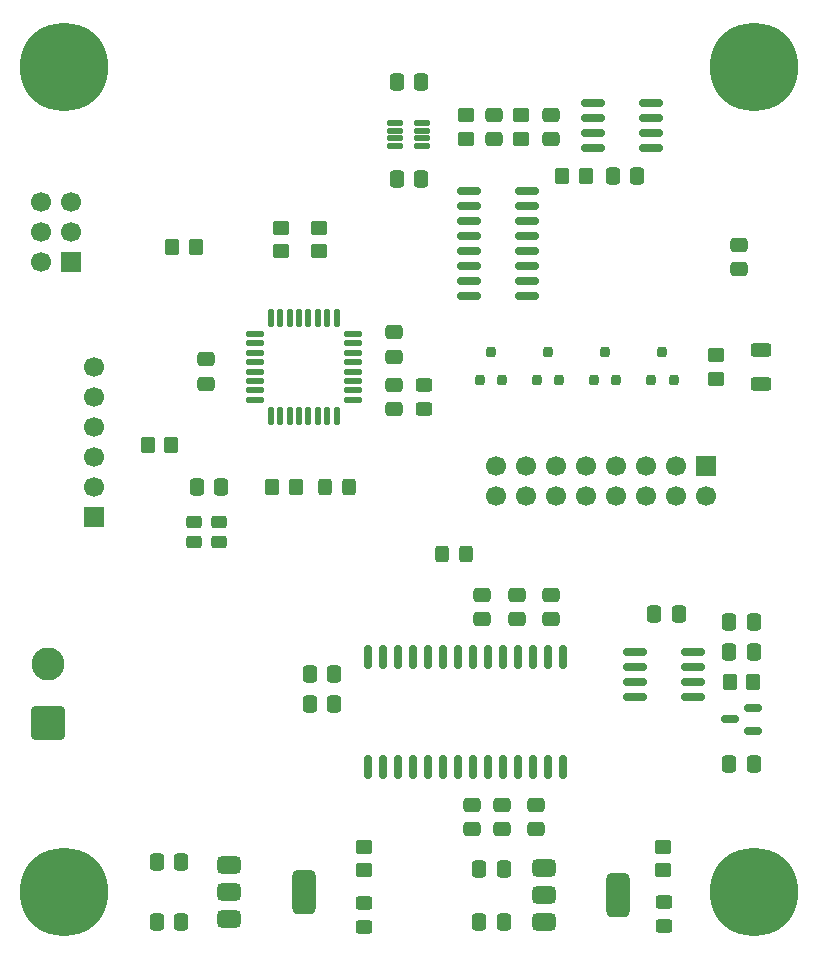
<source format=gbr>
%TF.GenerationSoftware,KiCad,Pcbnew,9.0.3-9.0.3-0~ubuntu24.04.1*%
%TF.CreationDate,2025-08-17T08:06:19-04:00*%
%TF.ProjectId,led-photodiode-avr,6c65642d-7068-46f7-946f-64696f64652d,rev?*%
%TF.SameCoordinates,Original*%
%TF.FileFunction,Soldermask,Top*%
%TF.FilePolarity,Negative*%
%FSLAX46Y46*%
G04 Gerber Fmt 4.6, Leading zero omitted, Abs format (unit mm)*
G04 Created by KiCad (PCBNEW 9.0.3-9.0.3-0~ubuntu24.04.1) date 2025-08-17 08:06:19*
%MOMM*%
%LPD*%
G01*
G04 APERTURE LIST*
G04 Aperture macros list*
%AMRoundRect*
0 Rectangle with rounded corners*
0 $1 Rounding radius*
0 $2 $3 $4 $5 $6 $7 $8 $9 X,Y pos of 4 corners*
0 Add a 4 corners polygon primitive as box body*
4,1,4,$2,$3,$4,$5,$6,$7,$8,$9,$2,$3,0*
0 Add four circle primitives for the rounded corners*
1,1,$1+$1,$2,$3*
1,1,$1+$1,$4,$5*
1,1,$1+$1,$6,$7*
1,1,$1+$1,$8,$9*
0 Add four rect primitives between the rounded corners*
20,1,$1+$1,$2,$3,$4,$5,0*
20,1,$1+$1,$4,$5,$6,$7,0*
20,1,$1+$1,$6,$7,$8,$9,0*
20,1,$1+$1,$8,$9,$2,$3,0*%
G04 Aperture macros list end*
%ADD10RoundRect,0.250001X1.149999X-1.149999X1.149999X1.149999X-1.149999X1.149999X-1.149999X-1.149999X0*%
%ADD11C,2.800000*%
%ADD12RoundRect,0.250000X-0.450000X0.325000X-0.450000X-0.325000X0.450000X-0.325000X0.450000X0.325000X0*%
%ADD13RoundRect,0.200000X0.200000X-0.250000X0.200000X0.250000X-0.200000X0.250000X-0.200000X-0.250000X0*%
%ADD14RoundRect,0.250000X0.337500X0.475000X-0.337500X0.475000X-0.337500X-0.475000X0.337500X-0.475000X0*%
%ADD15RoundRect,0.150000X-0.825000X-0.150000X0.825000X-0.150000X0.825000X0.150000X-0.825000X0.150000X0*%
%ADD16R,1.700000X1.700000*%
%ADD17C,1.700000*%
%ADD18C,7.500000*%
%ADD19RoundRect,0.250000X0.450000X-0.350000X0.450000X0.350000X-0.450000X0.350000X-0.450000X-0.350000X0*%
%ADD20RoundRect,0.250000X-0.475000X0.337500X-0.475000X-0.337500X0.475000X-0.337500X0.475000X0.337500X0*%
%ADD21RoundRect,0.250000X-0.400000X-0.300000X0.400000X-0.300000X0.400000X0.300000X-0.400000X0.300000X0*%
%ADD22RoundRect,0.250000X0.475000X-0.337500X0.475000X0.337500X-0.475000X0.337500X-0.475000X-0.337500X0*%
%ADD23RoundRect,0.375000X-0.625000X-0.375000X0.625000X-0.375000X0.625000X0.375000X-0.625000X0.375000X0*%
%ADD24RoundRect,0.500000X-0.500000X-1.400000X0.500000X-1.400000X0.500000X1.400000X-0.500000X1.400000X0*%
%ADD25RoundRect,0.250000X-0.337500X-0.475000X0.337500X-0.475000X0.337500X0.475000X-0.337500X0.475000X0*%
%ADD26RoundRect,0.150000X-0.150000X0.875000X-0.150000X-0.875000X0.150000X-0.875000X0.150000X0.875000X0*%
%ADD27RoundRect,0.150000X0.587500X0.150000X-0.587500X0.150000X-0.587500X-0.150000X0.587500X-0.150000X0*%
%ADD28RoundRect,0.150000X0.825000X0.150000X-0.825000X0.150000X-0.825000X-0.150000X0.825000X-0.150000X0*%
%ADD29RoundRect,0.250000X0.350000X0.450000X-0.350000X0.450000X-0.350000X-0.450000X0.350000X-0.450000X0*%
%ADD30RoundRect,0.250000X-0.325000X-0.450000X0.325000X-0.450000X0.325000X0.450000X-0.325000X0.450000X0*%
%ADD31RoundRect,0.250000X0.450000X-0.325000X0.450000X0.325000X-0.450000X0.325000X-0.450000X-0.325000X0*%
%ADD32RoundRect,0.250000X-0.350000X-0.450000X0.350000X-0.450000X0.350000X0.450000X-0.350000X0.450000X0*%
%ADD33RoundRect,0.125000X-0.537500X-0.125000X0.537500X-0.125000X0.537500X0.125000X-0.537500X0.125000X0*%
%ADD34RoundRect,0.137500X-0.600000X-0.137500X0.600000X-0.137500X0.600000X0.137500X-0.600000X0.137500X0*%
%ADD35RoundRect,0.137500X-0.137500X-0.600000X0.137500X-0.600000X0.137500X0.600000X-0.137500X0.600000X0*%
%ADD36RoundRect,0.250000X0.625000X-0.312500X0.625000X0.312500X-0.625000X0.312500X-0.625000X-0.312500X0*%
%ADD37RoundRect,0.250000X-0.450000X0.350000X-0.450000X-0.350000X0.450000X-0.350000X0.450000X0.350000X0*%
G04 APERTURE END LIST*
D10*
%TO.C,J1*%
X120617500Y-117820000D03*
D11*
X120617500Y-112820000D03*
%TD*%
D12*
%TO.C,L2*%
X152400000Y-89145000D03*
X152400000Y-91195000D03*
%TD*%
D13*
%TO.C,Q2*%
X161991676Y-88760000D03*
X163891676Y-88760000D03*
X162941676Y-86360000D03*
%TD*%
D14*
%TO.C,C7*%
X131847500Y-129540000D03*
X129772500Y-129540000D03*
%TD*%
D15*
%TO.C,U3*%
X170245000Y-111760000D03*
X170245000Y-113030000D03*
X170245000Y-114300000D03*
X170245000Y-115570000D03*
X175195000Y-115570000D03*
X175195000Y-114300000D03*
X175195000Y-113030000D03*
X175195000Y-111760000D03*
%TD*%
D16*
%TO.C,J4*%
X124460000Y-100330000D03*
D17*
X124460000Y-97790000D03*
X124460000Y-95250000D03*
X124460000Y-92710000D03*
X124460000Y-90170000D03*
X124460000Y-87630000D03*
%TD*%
D18*
%TO.C,H3*%
X121920000Y-132080000D03*
%TD*%
D19*
%TO.C,R10*%
X147320000Y-130270000D03*
X147320000Y-128270000D03*
%TD*%
D20*
%TO.C,C18*%
X163195000Y-66272500D03*
X163195000Y-68347500D03*
%TD*%
D21*
%TO.C,Y1*%
X132935000Y-102425000D03*
X135035000Y-102425000D03*
X135035000Y-100775000D03*
X132935000Y-100775000D03*
%TD*%
D22*
%TO.C,C20*%
X161925000Y-126767500D03*
X161925000Y-124692500D03*
%TD*%
D23*
%TO.C,U10*%
X162585000Y-130020000D03*
X162585000Y-132320000D03*
D24*
X168885000Y-132320000D03*
D23*
X162585000Y-134620000D03*
%TD*%
D20*
%TO.C,C11*%
X156442500Y-124692500D03*
X156442500Y-126767500D03*
%TD*%
D25*
%TO.C,C5*%
X178265000Y-109220000D03*
X180340000Y-109220000D03*
%TD*%
D26*
%TO.C,U5*%
X164207500Y-112190000D03*
X162937500Y-112190000D03*
X161667500Y-112190000D03*
X160397500Y-112190000D03*
X159127500Y-112190000D03*
X157857500Y-112190000D03*
X156587500Y-112190000D03*
X155317500Y-112190000D03*
X154047500Y-112190000D03*
X152777500Y-112190000D03*
X151507500Y-112190000D03*
X150237500Y-112190000D03*
X148967500Y-112190000D03*
X147697500Y-112190000D03*
X147697500Y-121490000D03*
X148967500Y-121490000D03*
X150237500Y-121490000D03*
X151507500Y-121490000D03*
X152777500Y-121490000D03*
X154047500Y-121490000D03*
X155317500Y-121490000D03*
X156587500Y-121490000D03*
X157857500Y-121490000D03*
X159127500Y-121490000D03*
X160397500Y-121490000D03*
X161667500Y-121490000D03*
X162937500Y-121490000D03*
X164207500Y-121490000D03*
%TD*%
D19*
%TO.C,R2*%
X172675000Y-130240000D03*
X172675000Y-128240000D03*
%TD*%
D14*
%TO.C,C6*%
X173990000Y-108585000D03*
X171915000Y-108585000D03*
%TD*%
D27*
%TO.C,U1*%
X180240000Y-118425000D03*
X180240000Y-116525000D03*
X178365000Y-117475000D03*
%TD*%
D13*
%TO.C,Q1*%
X157165000Y-88760000D03*
X159065000Y-88760000D03*
X158115000Y-86360000D03*
%TD*%
D23*
%TO.C,U2*%
X135940000Y-129780000D03*
X135940000Y-132080000D03*
D24*
X142240000Y-132080000D03*
D23*
X135940000Y-134380000D03*
%TD*%
D13*
%TO.C,Q4*%
X171645028Y-88760000D03*
X173545028Y-88760000D03*
X172595028Y-86360000D03*
%TD*%
D18*
%TO.C,H4*%
X180340000Y-132080000D03*
%TD*%
D20*
%TO.C,C19*%
X163195000Y-106912500D03*
X163195000Y-108987500D03*
%TD*%
D28*
%TO.C,U6*%
X161163000Y-81661000D03*
X161163000Y-80391000D03*
X161163000Y-79121000D03*
X161163000Y-77851000D03*
X161163000Y-76581000D03*
X161163000Y-75311000D03*
X161163000Y-74041000D03*
X161163000Y-72771000D03*
X156213000Y-72771000D03*
X156213000Y-74041000D03*
X156213000Y-75311000D03*
X156213000Y-76581000D03*
X156213000Y-77851000D03*
X156213000Y-79121000D03*
X156213000Y-80391000D03*
X156213000Y-81661000D03*
%TD*%
D25*
%TO.C,C23*%
X133180000Y-97790000D03*
X135255000Y-97790000D03*
%TD*%
D14*
%TO.C,C3*%
X159152500Y-134620000D03*
X157077500Y-134620000D03*
%TD*%
D29*
%TO.C,R1*%
X180302500Y-114300000D03*
X178302500Y-114300000D03*
%TD*%
D20*
%TO.C,C21*%
X158369000Y-66272500D03*
X158369000Y-68347500D03*
%TD*%
D14*
%TO.C,C1*%
X180340000Y-121285000D03*
X178265000Y-121285000D03*
%TD*%
D30*
%TO.C,D3*%
X144000000Y-97790000D03*
X146050000Y-97790000D03*
%TD*%
D22*
%TO.C,C10*%
X160252500Y-108987500D03*
X160252500Y-106912500D03*
%TD*%
D19*
%TO.C,R9*%
X140335000Y-77835000D03*
X140335000Y-75835000D03*
%TD*%
D31*
%TO.C,D2*%
X147320000Y-135040000D03*
X147320000Y-132990000D03*
%TD*%
D19*
%TO.C,R6*%
X177165000Y-88630000D03*
X177165000Y-86630000D03*
%TD*%
D14*
%TO.C,C14*%
X144801500Y-116205000D03*
X142726500Y-116205000D03*
%TD*%
D16*
%TO.C,J3*%
X122560000Y-78740000D03*
D17*
X120020000Y-78740000D03*
X122560000Y-76200000D03*
X120020000Y-76200000D03*
X122560000Y-73660000D03*
X120020000Y-73660000D03*
%TD*%
D20*
%TO.C,C12*%
X158982500Y-124692500D03*
X158982500Y-126767500D03*
%TD*%
D22*
%TO.C,C55*%
X149860000Y-86762500D03*
X149860000Y-84687500D03*
%TD*%
D19*
%TO.C,R8*%
X143510000Y-77835000D03*
X143510000Y-75835000D03*
%TD*%
D15*
%TO.C,U8*%
X166689000Y-65278000D03*
X166689000Y-66548000D03*
X166689000Y-67818000D03*
X166689000Y-69088000D03*
X171639000Y-69088000D03*
X171639000Y-67818000D03*
X171639000Y-66548000D03*
X171639000Y-65278000D03*
%TD*%
D16*
%TO.C,J2*%
X176280000Y-96000000D03*
D17*
X176280000Y-98540000D03*
X173740000Y-96000000D03*
X173740000Y-98540000D03*
X171200000Y-96000000D03*
X171200000Y-98540000D03*
X168660000Y-96000000D03*
X168660000Y-98540000D03*
X166120000Y-96000000D03*
X166120000Y-98540000D03*
X163580000Y-96000000D03*
X163580000Y-98540000D03*
X161040000Y-96000000D03*
X161040000Y-98540000D03*
X158500000Y-96000000D03*
X158500000Y-98540000D03*
%TD*%
D32*
%TO.C,R45*%
X131080000Y-77470000D03*
X133080000Y-77470000D03*
%TD*%
D25*
%TO.C,C4*%
X178265000Y-111760000D03*
X180340000Y-111760000D03*
%TD*%
D33*
%TO.C,U9*%
X149992500Y-66970000D03*
X149992500Y-67620000D03*
X149992500Y-68270000D03*
X149992500Y-68920000D03*
X152267500Y-68920000D03*
X152267500Y-68270000D03*
X152267500Y-67620000D03*
X152267500Y-66970000D03*
%TD*%
D25*
%TO.C,C17*%
X168380500Y-71501000D03*
X170455500Y-71501000D03*
%TD*%
D22*
%TO.C,C54*%
X149860000Y-91200000D03*
X149860000Y-89125000D03*
%TD*%
D14*
%TO.C,C8*%
X131847500Y-134620000D03*
X129772500Y-134620000D03*
%TD*%
D29*
%TO.C,R29*%
X131032000Y-94234000D03*
X129032000Y-94234000D03*
%TD*%
D14*
%TO.C,C16*%
X152167500Y-71755000D03*
X150092500Y-71755000D03*
%TD*%
D32*
%TO.C,R5*%
X164100000Y-71501000D03*
X166100000Y-71501000D03*
%TD*%
D30*
%TO.C,L1*%
X153915000Y-103505000D03*
X155965000Y-103505000D03*
%TD*%
D32*
%TO.C,R47*%
X139580000Y-97820000D03*
X141580000Y-97820000D03*
%TD*%
D22*
%TO.C,C9*%
X157302500Y-108987500D03*
X157302500Y-106912500D03*
%TD*%
D18*
%TO.C,H2*%
X180340000Y-62230000D03*
%TD*%
D14*
%TO.C,C13*%
X144801500Y-113665000D03*
X142726500Y-113665000D03*
%TD*%
D34*
%TO.C,U7*%
X138077500Y-84830000D03*
X138077500Y-85630000D03*
X138077500Y-86430000D03*
X138077500Y-87230000D03*
X138077500Y-88030000D03*
X138077500Y-88830000D03*
X138077500Y-89630000D03*
X138077500Y-90430000D03*
D35*
X139440000Y-91792500D03*
X140240000Y-91792500D03*
X141040000Y-91792500D03*
X141840000Y-91792500D03*
X142640000Y-91792500D03*
X143440000Y-91792500D03*
X144240000Y-91792500D03*
X145040000Y-91792500D03*
D34*
X146402500Y-90430000D03*
X146402500Y-89630000D03*
X146402500Y-88830000D03*
X146402500Y-88030000D03*
X146402500Y-87230000D03*
X146402500Y-86430000D03*
X146402500Y-85630000D03*
X146402500Y-84830000D03*
D35*
X145040000Y-83467500D03*
X144240000Y-83467500D03*
X143440000Y-83467500D03*
X142640000Y-83467500D03*
X141840000Y-83467500D03*
X141040000Y-83467500D03*
X140240000Y-83467500D03*
X139440000Y-83467500D03*
%TD*%
D20*
%TO.C,C52*%
X133985000Y-86995000D03*
X133985000Y-89070000D03*
%TD*%
D18*
%TO.C,H1*%
X121920000Y-62230000D03*
%TD*%
D14*
%TO.C,C15*%
X152167500Y-63500000D03*
X150092500Y-63500000D03*
%TD*%
D13*
%TO.C,Q3*%
X166818352Y-88760000D03*
X168718352Y-88760000D03*
X167768352Y-86360000D03*
%TD*%
D36*
%TO.C,R7*%
X180975000Y-89092500D03*
X180975000Y-86167500D03*
%TD*%
D14*
%TO.C,C2*%
X159152500Y-130175000D03*
X157077500Y-130175000D03*
%TD*%
D20*
%TO.C,C22*%
X179070000Y-77300000D03*
X179070000Y-79375000D03*
%TD*%
D31*
%TO.C,D1*%
X172720000Y-135010000D03*
X172720000Y-132960000D03*
%TD*%
D37*
%TO.C,R3*%
X155956000Y-66310000D03*
X155956000Y-68310000D03*
%TD*%
%TO.C,R4*%
X160655000Y-66310000D03*
X160655000Y-68310000D03*
%TD*%
M02*

</source>
